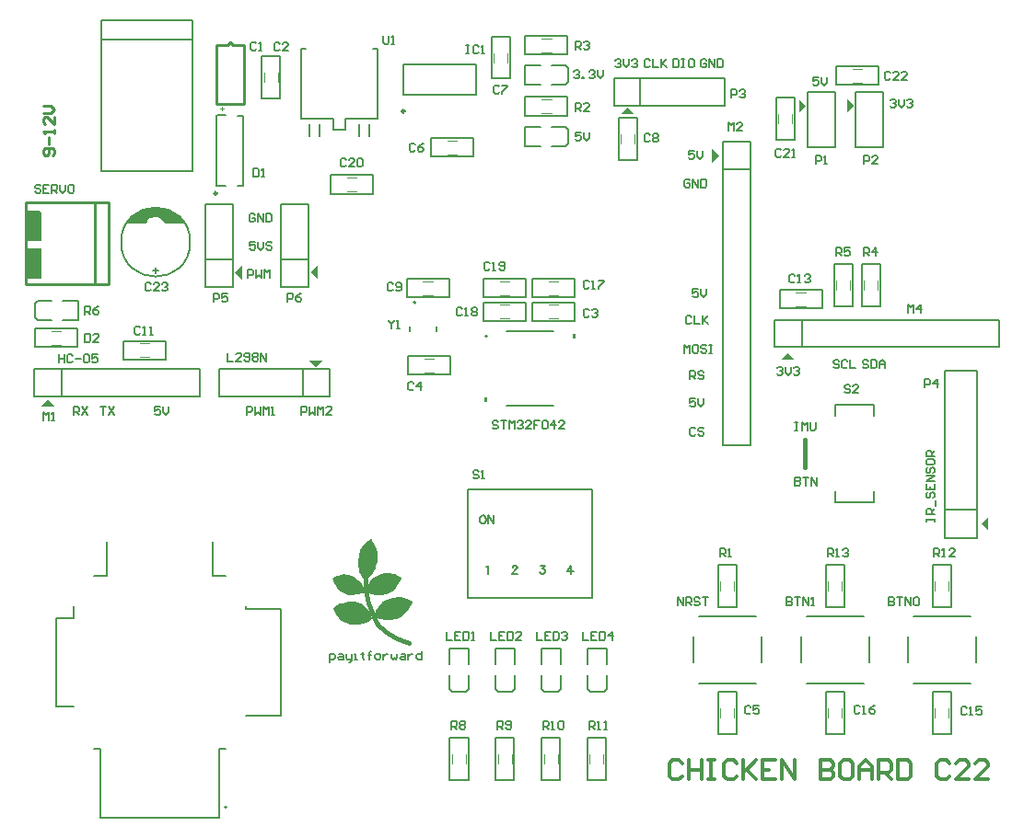
<source format=gto>
G04*
G04 #@! TF.GenerationSoftware,Altium Limited,Altium Designer,18.1.6 (161)*
G04*
G04 Layer_Color=65535*
%FSTAX24Y24*%
%MOIN*%
G70*
G01*
G75*
%ADD10C,0.0079*%
%ADD11C,0.0070*%
%ADD12C,0.0098*%
%ADD13C,0.0040*%
%ADD14C,0.0050*%
%ADD15C,0.0150*%
%ADD16C,0.0060*%
%ADD17C,0.0080*%
%ADD18C,0.0100*%
%ADD19C,0.0039*%
%ADD20C,0.0158*%
%ADD21C,0.0140*%
G36*
X04009Y04716D02*
X03984Y04691D01*
Y04741D01*
X04009Y04716D01*
D02*
G37*
G36*
X03834Y04715D02*
X03809Y0469D01*
Y0474D01*
X03834Y04715D01*
D02*
G37*
G36*
X03214Y04684D02*
X03164D01*
X03189Y04709D01*
X03214Y04684D01*
D02*
G37*
G36*
X03519Y04535D02*
X03494Y0451D01*
Y0456D01*
X03519Y04535D01*
D02*
G37*
G36*
X01495Y04346D02*
X01516Y04342D01*
X01549Y04327D01*
X01566Y04314D01*
X01579Y04299D01*
X01587Y0429D01*
X01514D01*
X01511Y04295D01*
X01508Y04299D01*
X01504Y04303D01*
X01499Y04307D01*
X01494Y0431D01*
X01486Y04312D01*
X01475D01*
X01465Y0431D01*
X0146Y04308D01*
X01455Y04304D01*
X01449Y04297D01*
X01444Y0429D01*
X01375D01*
X01387Y04306D01*
X01413Y04328D01*
X0145Y04342D01*
X0148Y043466D01*
X01495Y04346D01*
D02*
G37*
G36*
X01064Y04333D02*
X010653Y0433D01*
Y0423D01*
X01064Y04227D01*
X01061Y042257D01*
X01011D01*
X01008Y04227D01*
X010067Y0423D01*
Y0433D01*
X01008Y04333D01*
X01011Y043343D01*
X01061D01*
X01064Y04333D01*
D02*
G37*
G36*
X010658Y041978D02*
X010674Y04194D01*
Y04094D01*
X010658Y040902D01*
X01062Y040886D01*
X01012D01*
X010082Y040902D01*
X010066Y04094D01*
Y04194D01*
X010082Y041978D01*
X01012Y041994D01*
X01062D01*
X010658Y041978D01*
D02*
G37*
G36*
X020675Y040875D02*
X020425Y041125D01*
X020675Y041375D01*
Y040875D01*
D02*
G37*
G36*
X017925Y040865D02*
X017675Y041115D01*
X017925Y041365D01*
Y040865D01*
D02*
G37*
G36*
X02999Y038727D02*
X02989D01*
Y038877D01*
X02999D01*
Y038727D01*
D02*
G37*
G36*
X03795Y03794D02*
X03745D01*
X0377Y03819D01*
X03795Y03794D01*
D02*
G37*
G36*
X0206Y03768D02*
X02035Y03793D01*
X02085D01*
X0206Y03768D01*
D02*
G37*
G36*
X02681Y036423D02*
X02671Y036423D01*
Y036573D01*
X02681Y036573D01*
Y036423D01*
D02*
G37*
G36*
X011134Y03626D02*
X010634D01*
X010884Y03651D01*
X011134Y03626D01*
D02*
G37*
G36*
X04494Y03176D02*
X04469Y03201D01*
X04494Y03226D01*
Y03176D01*
D02*
G37*
G36*
X023247Y030226D02*
X023248Y030226D01*
X023323Y030218D01*
X023324Y030217D01*
X023324Y030217D01*
X023382Y030201D01*
X023383Y030201D01*
X023383Y030201D01*
X023458Y030176D01*
X023458Y030175D01*
X023459Y030175D01*
X023579Y030113D01*
X02358Y030113D01*
X02358Y030113D01*
X023688Y030042D01*
X023689Y03004D01*
X023691Y030039D01*
X023691Y030038D01*
X023691Y030038D01*
X023691Y030036D01*
X023691Y030034D01*
X023662Y029963D01*
X023661Y029963D01*
X023661Y029963D01*
X023611Y029859D01*
X023611Y029858D01*
X023611Y029858D01*
X023507Y029679D01*
X023506Y029679D01*
X023506Y029678D01*
X023444Y029611D01*
X023443Y029611D01*
X023443Y029611D01*
X023364Y029548D01*
X023364Y029548D01*
X023364Y029548D01*
X023314Y029511D01*
X023313Y02951D01*
X023312Y02951D01*
X023241Y02948D01*
X023241D01*
X023241Y02948D01*
X023128Y029447D01*
X023128Y029447D01*
X023127Y029447D01*
X022952Y029422D01*
X022952Y029422D01*
X022951Y029422D01*
X022805Y029426D01*
X022805Y029426D01*
X022804Y029426D01*
X022617Y029468D01*
X022616Y029468D01*
X022615Y029468D01*
X022449Y029547D01*
X022448Y029548D01*
X022448Y029548D01*
X022447Y029548D01*
X022447Y029548D01*
X022446Y02955D01*
X022445Y029551D01*
X022445Y029551D01*
X022445Y029552D01*
X022424Y02969D01*
X022425Y029692D01*
X022425Y029694D01*
X02245Y029736D01*
X02245Y029736D01*
X02245Y029736D01*
X022529Y029865D01*
X02253Y029865D01*
X02253Y029865D01*
X022646Y030015D01*
X022647Y030016D01*
X022648Y030017D01*
X022769Y030096D01*
X022769Y030096D01*
X022769Y030096D01*
X022831Y030129D01*
X022832Y03013D01*
X022903Y030167D01*
X022903Y030167D01*
X022904Y030167D01*
X02297Y030188D01*
X022971Y030188D01*
X022971Y030189D01*
X023062Y030214D01*
X023063Y030213D01*
X023064Y030214D01*
X023247Y030226D01*
X023247Y030226D01*
D02*
G37*
G36*
X02173Y030165D02*
X021731Y030165D01*
X021731Y030165D01*
X02181Y030148D01*
X021811Y030148D01*
X021811Y030148D01*
X021903Y03011D01*
X021903Y03011D01*
X021903Y03011D01*
X021974Y030076D01*
X021985Y030072D01*
X021985Y030072D01*
X021985Y030072D01*
X022006Y030061D01*
X022007Y030061D01*
X022007Y030061D01*
X022028Y03005D01*
X022028Y03005D01*
X022028Y03005D01*
X022048Y030037D01*
X022048Y030037D01*
X022048Y030037D01*
X022058Y03003D01*
X022058Y03003D01*
X022059Y03003D01*
X022147Y029958D01*
X022147Y029958D01*
X022148Y029958D01*
X022218Y029888D01*
X022218Y029887D01*
X022218Y029887D01*
X022268Y029812D01*
X022268Y029812D01*
X022269Y029811D01*
X02234Y029674D01*
X02234Y029673D01*
X02234Y029672D01*
X022361Y029543D01*
X022361Y029542D01*
X022361Y029542D01*
X022361Y029541D01*
X022361Y02954D01*
X02236Y029539D01*
X02236Y029538D01*
X022359Y029538D01*
X022359Y029537D01*
X022358Y029537D01*
X022358Y029536D01*
X022287Y029494D01*
X022287Y029494D01*
X022286Y029494D01*
X022236Y029477D01*
X022236Y029477D01*
X022236Y029477D01*
X022173Y02946D01*
X022173Y029461D01*
X022172Y02946D01*
X022085Y029448D01*
X022085Y029448D01*
X022085Y029448D01*
X021889Y029427D01*
X021888Y029427D01*
X021888Y029427D01*
X021784Y029435D01*
X021783Y029436D01*
X021782Y029436D01*
X021728Y029452D01*
X021728Y029452D01*
X021727Y029452D01*
X021627Y02949D01*
X021627Y02949D01*
X021626Y02949D01*
X02151Y029565D01*
X021509Y029565D01*
X021509Y029566D01*
X02143Y029624D01*
X02143Y029624D01*
X021429Y029625D01*
X021379Y029683D01*
X021379Y029683D01*
X021379Y029683D01*
X021329Y029746D01*
X021329Y029747D01*
X021328Y029747D01*
X021282Y029839D01*
X021282Y029839D01*
X021282Y029839D01*
X021245Y029914D01*
X021245Y029914D01*
X021245Y029914D01*
X02122Y029976D01*
X021203Y030009D01*
X021203Y030011D01*
X021203Y030013D01*
X021203Y030014D01*
X021203Y030014D01*
X021204Y030016D01*
X021205Y030018D01*
X021289Y030076D01*
X021289Y030076D01*
X02129Y030077D01*
X021356Y030106D01*
X021356D01*
X021356Y030106D01*
X021423Y030135D01*
X021424Y030135D01*
X021424Y030135D01*
X021516Y030156D01*
X021516Y030156D01*
X021516Y030156D01*
X021616Y030173D01*
X021617Y030173D01*
X021618Y030173D01*
X02173Y030165D01*
D02*
G37*
G36*
X022618Y031444D02*
X022618Y031444D01*
X02262Y031443D01*
X022622Y031441D01*
X022643Y0314D01*
X022688Y031334D01*
X022688Y031333D01*
X022688Y031333D01*
X022746Y031237D01*
X022747Y031237D01*
X022747Y031236D01*
X022776Y031161D01*
X022776Y031161D01*
X022776Y031161D01*
X022805Y031082D01*
X022805Y031081D01*
X022806Y031081D01*
X022818Y030968D01*
X022818Y030968D01*
X022818Y030968D01*
X022827Y030872D01*
X022827Y030872D01*
X022827Y030872D01*
Y030713D01*
X022827Y030713D01*
X022827Y030713D01*
X022822Y030638D01*
X022822Y030637D01*
X022822Y030637D01*
X022802Y030553D01*
X022802Y030553D01*
X022802Y030553D01*
X022781Y03047D01*
X02278Y03047D01*
X02278Y030469D01*
X022751Y030394D01*
X022714Y030294D01*
X022713Y030294D01*
X022713Y030294D01*
X022676Y030227D01*
X022676Y030227D01*
X022675Y030226D01*
X022592Y030118D01*
X022591Y030117D01*
X022591Y030117D01*
X022495Y030042D01*
X022495Y030042D01*
X022494Y030041D01*
X02244Y030008D01*
X022439Y030008D01*
X022439Y030007D01*
X022334Y029978D01*
X022333Y029978D01*
X022333Y029978D01*
X022331Y029978D01*
X02233Y029978D01*
X022329Y029979D01*
X022328Y02998D01*
X022327Y029981D01*
X022327Y029982D01*
X022327Y029983D01*
X022326Y029984D01*
X022327Y030017D01*
X022314Y030027D01*
X022313Y030028D01*
X022313Y030028D01*
X022257Y030092D01*
X022256Y030092D01*
X022256Y030093D01*
X02222Y030145D01*
X02222Y030145D01*
X022219Y030146D01*
X022191Y03021D01*
X022191Y03021D01*
X022191Y03021D01*
X022181Y030245D01*
X022181Y030245D01*
X022181Y030245D01*
X022164Y030333D01*
X022164Y030333D01*
X022164Y030333D01*
X022156Y030383D01*
X022156Y030383D01*
X022156Y030384D01*
X022147Y030492D01*
X022147Y030492D01*
X022147Y030492D01*
X022139Y030621D01*
X022139Y030621D01*
X022139Y030622D01*
Y030713D01*
X022139Y030714D01*
X022139Y030714D01*
X022151Y030802D01*
X022151Y030802D01*
X022151Y030802D01*
X022168Y030881D01*
X022168Y030881D01*
X022168Y030881D01*
X022193Y030994D01*
X022193Y030994D01*
X022193Y030995D01*
X022214Y031045D01*
X022214Y031045D01*
X022214Y031045D01*
X022243Y031112D01*
X022244Y031112D01*
X022244Y031113D01*
X022278Y031159D01*
X022278Y031159D01*
X022278Y031159D01*
X02234Y031242D01*
X022341Y031242D01*
X022341Y031243D01*
X022403Y031301D01*
X022403Y031301D01*
X022403Y031301D01*
X022483Y031372D01*
X022483Y031372D01*
X022484Y031373D01*
X022542Y03141D01*
X022542Y03141D01*
X022543Y031411D01*
X022613Y031444D01*
X022616Y031444D01*
X022618Y031444D01*
X022618Y031444D01*
D02*
G37*
G36*
X02371Y029339D02*
X023711Y029339D01*
X023711Y029339D01*
X023799Y029314D01*
X023799Y029314D01*
X023799Y029314D01*
X023895Y029285D01*
X023895Y029285D01*
X023896Y029285D01*
X023971Y029251D01*
X023971Y029251D01*
X023972Y029251D01*
X024088Y029172D01*
X024089Y02917D01*
X024091Y029168D01*
X024091Y029168D01*
X024091Y029168D01*
X024091Y029165D01*
X02409Y029163D01*
X024057Y029101D01*
X024057Y029101D01*
X024057Y0291D01*
X02399Y028984D01*
X023957Y028922D01*
X023956Y028921D01*
X023956Y028921D01*
X02391Y028866D01*
X02391Y028866D01*
X02391Y028866D01*
X023839Y028791D01*
X023839Y028791D01*
X023839Y028791D01*
X023723Y02867D01*
X023722Y02867D01*
X023721Y028669D01*
X023663Y028632D01*
X023663Y028632D01*
X023663Y028631D01*
X02355Y028569D01*
X023549Y028569D01*
X023549Y028569D01*
X023449Y028539D01*
X023449Y028539D01*
X023448Y028539D01*
X023378Y028522D01*
X023377Y028523D01*
X023377Y028522D01*
X023285Y028514D01*
X023285Y028514D01*
X023285Y028514D01*
X023193D01*
X023192Y028514D01*
X023192Y028514D01*
X023096Y028531D01*
X023096Y028531D01*
X023096Y028531D01*
X022987Y028552D01*
X022987Y028552D01*
X022987Y028552D01*
X022908Y028568D01*
X022908Y028569D01*
X022908Y028569D01*
X022854Y028585D01*
X022778Y028603D01*
X022777Y028604D01*
X022777Y028604D01*
X022776Y028605D01*
X022775Y028605D01*
X022775Y028606D01*
X022774Y028606D01*
X022774Y028607D01*
X022773Y028607D01*
X022724Y028731D01*
X022724Y028732D01*
X022724Y028733D01*
Y02875D01*
X022725Y028751D01*
X022725Y028753D01*
X022754Y028811D01*
X022779Y028861D01*
X022779Y028861D01*
X022779Y028861D01*
X022863Y02899D01*
X022863Y02899D01*
X022863Y028991D01*
X022913Y029066D01*
X022913Y029066D01*
X022913Y029066D01*
X022954Y029124D01*
X022955Y029124D01*
X022955Y029125D01*
X023005Y029171D01*
X023006Y029171D01*
X023006Y029172D01*
X023094Y029222D01*
X023094Y029222D01*
X023095Y029222D01*
X023274Y029297D01*
X023274Y029297D01*
X023275Y029297D01*
X023408Y029335D01*
X023409Y029335D01*
X023409Y029335D01*
X02358Y029348D01*
X02358Y029348D01*
X023581Y029348D01*
X02371Y029339D01*
D02*
G37*
G36*
X021991Y029186D02*
X021991Y029186D01*
X021992Y029186D01*
X022142Y029157D01*
X022142Y029156D01*
X022143Y029156D01*
X02223Y029114D01*
X022231Y029114D01*
X022231Y029114D01*
X022335Y029047D01*
X022336Y029047D01*
X022336Y029047D01*
X022399Y028993D01*
X022399Y028992D01*
X022399Y028992D01*
X022441Y028942D01*
X022532Y028834D01*
X022556Y028818D01*
X022557Y028817D01*
X022559Y028815D01*
X022638Y028565D01*
X022638Y028564D01*
X022638Y028563D01*
X022638Y028563D01*
X022638Y028562D01*
X022638Y028561D01*
X022638Y02856D01*
X022637Y028559D01*
X022637Y028558D01*
X022636Y028558D01*
X022636Y028558D01*
X022582Y028516D01*
X022581Y028516D01*
X022581Y028516D01*
X022506Y02847D01*
X022506Y02847D01*
X022505Y02847D01*
X022405Y028424D01*
X022405Y028424D01*
X022404Y028424D01*
X022304Y028394D01*
X022304Y028394D01*
X022304Y028394D01*
X022183Y028369D01*
X022183Y028369D01*
X022182Y028369D01*
X022024Y028361D01*
X022024Y028361D01*
X022023Y028361D01*
X021874Y028365D01*
X021873Y028365D01*
X021873Y028365D01*
X021773Y028382D01*
X021772Y028382D01*
X021771Y028382D01*
X021713Y028407D01*
X021713Y028407D01*
X021713Y028407D01*
X021617Y028453D01*
X021617Y028453D01*
X021616Y028453D01*
X02155Y028486D01*
X02155Y028487D01*
X021549Y028487D01*
X021482Y028533D01*
X021482Y028533D01*
X021481Y028533D01*
X021423Y028592D01*
X021423Y028592D01*
X021422Y028593D01*
X021335Y028718D01*
X021335Y028718D01*
X021335Y028718D01*
X021301Y028781D01*
X021301Y028781D01*
X021301Y028781D01*
X021255Y028868D01*
X021255Y028869D01*
X021255Y028869D01*
X021226Y028944D01*
X021226Y028946D01*
X021226Y028947D01*
X021226Y028948D01*
X021226Y028949D01*
X021227Y02895D01*
X021228Y028951D01*
X02127Y028985D01*
X02127Y028985D01*
X02127Y028985D01*
X02137Y029052D01*
X02137Y029052D01*
X021371Y029052D01*
X021483Y02911D01*
X021483Y02911D01*
X021484Y029111D01*
X021534Y029131D01*
X021534D01*
X021534Y029132D01*
X021684Y029169D01*
X021759Y02919D01*
X02176Y02919D01*
X02176Y02919D01*
X02184Y029198D01*
X02184Y029198D01*
X021841Y029198D01*
X021991Y029186D01*
D02*
G37*
D10*
X024209Y040028D02*
G03*
X024209Y040028I-000039J0D01*
G01*
X026799Y038802D02*
G03*
X026799Y038802I-000039J0D01*
G01*
X017371Y021744D02*
G03*
X017371Y021744I-000039J0D01*
G01*
X034457Y02867D02*
X036543D01*
X03428Y026978D02*
Y027922D01*
X03672Y026978D02*
Y027922D01*
X034457Y02623D02*
X036543D01*
X038357Y02867D02*
X040443D01*
X03818Y026978D02*
Y027922D01*
X04062Y026978D02*
Y027922D01*
X038357Y02623D02*
X040443D01*
X042223D02*
X04431D01*
X044487Y026978D02*
Y027922D01*
X042046Y026978D02*
Y027922D01*
X042223Y02867D02*
X04431D01*
X026114Y033268D02*
X030586D01*
X026114Y029332D02*
Y033268D01*
Y029332D02*
X030586D01*
Y033268D01*
X039411Y036322D02*
X040789D01*
X039411Y032778D02*
X040789D01*
Y035928D02*
Y036322D01*
X039411Y035928D02*
Y036322D01*
Y032778D02*
Y033172D01*
X040789Y032778D02*
Y033172D01*
X023765Y047549D02*
X026403D01*
X023765Y048651D02*
X026403D01*
X023765Y047549D02*
Y048651D01*
X026403Y047549D02*
Y048651D01*
X01702Y046807D02*
X01732D01*
X01701Y044267D02*
X01733D01*
X01798D02*
Y046797D01*
X01701Y044267D02*
Y046807D01*
X017751Y046797D02*
X01798D01*
X017751Y044267D02*
X01798D01*
D11*
X01605Y042216D02*
G03*
X01605Y042216I-00125J0D01*
G01*
X01285Y05025D02*
X01615D01*
X01285Y0448D02*
X01615D01*
Y05025D01*
X01285Y0448D02*
Y05025D01*
Y04955D02*
X01615D01*
X04339Y03251D02*
X04452D01*
X04337Y0315D02*
Y03756D01*
X04452Y0315D02*
Y03756D01*
X04337Y0315D02*
X04452D01*
X04337Y03756D02*
X04452D01*
X03234Y04715D02*
Y04814D01*
X03539Y04715D02*
Y04815D01*
X03139D02*
X03539D01*
X03139Y04715D02*
Y04815D01*
Y04715D02*
X03539D01*
X02015Y03663D02*
Y03762D01*
X0171Y03662D02*
Y03762D01*
Y03662D02*
X0211D01*
Y03762D01*
X0171D02*
X0211D01*
X01475Y0412D02*
X01485D01*
X0148Y0411D02*
Y0413D01*
X01485Y0412D02*
X0149D01*
X0147D02*
X01475D01*
X01062Y04094D02*
Y04194D01*
X01012Y04094D02*
X01062D01*
X01012D02*
Y04194D01*
X01062D01*
X01011Y0423D02*
Y0433D01*
Y0423D02*
X01061D01*
Y0433D01*
X01011D02*
X01061D01*
D12*
X023815Y046958D02*
G03*
X023815Y046958I-000049J0D01*
G01*
X017019Y043987D02*
G03*
X017019Y043987I-000049J0D01*
G01*
D13*
X019226Y048022D02*
Y048362D01*
X018726Y048022D02*
Y048362D01*
X043012Y02499D02*
Y02533D01*
X043512Y02499D02*
Y02533D01*
X039145Y02499D02*
Y02533D01*
X039645Y02499D02*
Y02533D01*
X035745Y02499D02*
Y02533D01*
X035245Y02499D02*
Y02533D01*
X02453Y038D02*
X02487D01*
X02453Y0375D02*
X02487D01*
X02448Y0403D02*
X02482D01*
X02448Y0408D02*
X02482D01*
X027254Y03995D02*
X027594D01*
X027254Y03945D02*
X027594D01*
X027254Y0408D02*
X027594D01*
X027254Y0403D02*
X027594D01*
X02903Y03995D02*
X02937D01*
X02903Y03945D02*
X02937D01*
X02903Y0408D02*
X02937D01*
X02903Y0403D02*
X02937D01*
X03735Y04653D02*
Y04687D01*
X03785Y04653D02*
Y04687D01*
X04003Y0485D02*
X04037D01*
X04003Y048D02*
X04037D01*
X02878Y047393D02*
X02912D01*
X02878Y046893D02*
X02912D01*
X02755Y04873D02*
Y04907D01*
X02705Y04873D02*
Y04907D01*
X01423Y03855D02*
X01457D01*
X01423Y03805D02*
X01457D01*
X01103Y0385D02*
X01137D01*
X01103Y039D02*
X01137D01*
X02173Y04405D02*
X02207D01*
X02173Y04455D02*
X02207D01*
X03164Y04578D02*
Y04612D01*
X03214Y04578D02*
Y04612D01*
X02878Y0496D02*
X02912D01*
X02878Y0491D02*
X02912D01*
X025364Y0459D02*
X025704D01*
X025364Y0454D02*
X025704D01*
X03798Y0399D02*
X03832D01*
X03798Y0404D02*
X03832D01*
X027192Y02333D02*
Y02367D01*
X027692Y02333D02*
Y02367D01*
X02553Y02333D02*
Y02367D01*
X02603Y02333D02*
Y02367D01*
X035745Y02958D02*
Y02992D01*
X035245Y02958D02*
Y02992D01*
X029354Y02333D02*
Y02367D01*
X028854Y02333D02*
Y02367D01*
X031017Y02333D02*
Y02367D01*
X030517Y02333D02*
Y02367D01*
X039645Y02958D02*
Y02992D01*
X039145Y02958D02*
Y02992D01*
X043512Y02958D02*
Y02992D01*
X043012Y02958D02*
Y02992D01*
X03995Y04048D02*
Y04082D01*
X03945Y04048D02*
Y04082D01*
X04095Y04048D02*
Y04082D01*
X04045Y04048D02*
Y04082D01*
D14*
X018636Y047432D02*
Y048962D01*
Y047432D02*
X019306D01*
Y048962D01*
X018636D02*
X019306D01*
X043602Y02439D02*
Y02592D01*
X042932D02*
X043602D01*
X042932Y02439D02*
Y02592D01*
Y02439D02*
X043602D01*
X039735D02*
Y02592D01*
X039065D02*
X039735D01*
X039065Y02439D02*
Y02592D01*
Y02439D02*
X039735D01*
X035165D02*
X035835D01*
X035165D02*
Y02592D01*
X035835D01*
Y02439D02*
Y02592D01*
X02393Y03741D02*
X02546D01*
Y03808D01*
X02393D02*
X02546D01*
X02393Y03741D02*
Y03808D01*
X024977Y039004D02*
Y039162D01*
X023993Y039004D02*
Y039162D01*
X02389Y04089D02*
X02542D01*
X02389Y04022D02*
Y04089D01*
Y04022D02*
X02542D01*
Y04089D01*
X026654Y03936D02*
X028184D01*
Y04003D01*
X026654D02*
X028184D01*
X026654Y03936D02*
Y04003D01*
Y04021D02*
X028184D01*
Y04088D01*
X026654D02*
X028184D01*
X026654Y04021D02*
Y04088D01*
X02843Y03936D02*
X02996D01*
Y04003D01*
X02843D02*
X02996D01*
X02843Y03936D02*
Y04003D01*
Y04021D02*
X02996D01*
Y04088D01*
X02843D02*
X02996D01*
X02843Y04021D02*
Y04088D01*
X03794Y04593D02*
Y04746D01*
X03727D02*
X03794D01*
X03727Y04593D02*
Y04746D01*
Y04593D02*
X03794D01*
X03943Y04791D02*
X04096D01*
Y04858D01*
X03943D02*
X04096D01*
X03943Y04791D02*
Y04858D01*
X02912Y0457D02*
X02962D01*
X02817D02*
X02872D01*
X02912Y0464D02*
X02962D01*
X02817D02*
X02872D01*
X02972Y0458D02*
Y0463D01*
X02962Y0457D02*
X02972Y0458D01*
X02962Y0464D02*
X02972Y0463D01*
X02817Y0457D02*
Y0464D01*
X02818Y046803D02*
X02971D01*
Y047473D01*
X02818D02*
X02971D01*
X02818Y046803D02*
Y047473D01*
X02696Y04814D02*
Y04967D01*
Y04814D02*
X02763D01*
Y04967D01*
X02696D02*
X02763D01*
X01363Y03796D02*
X01516D01*
Y03863D01*
X01363D02*
X01516D01*
X01363Y03796D02*
Y03863D01*
X030437Y026037D02*
Y026537D01*
Y026937D02*
Y027487D01*
X031137Y026037D02*
Y026537D01*
Y026937D02*
Y027487D01*
X030537Y025937D02*
X031037D01*
X030437Y026037D02*
X030537Y025937D01*
X031037D02*
X031137Y026037D01*
X030437Y027487D02*
X031137D01*
X028774Y026037D02*
Y026537D01*
Y026937D02*
Y027487D01*
X029474Y026037D02*
Y026537D01*
Y026937D02*
Y027487D01*
X028874Y025937D02*
X029374D01*
X028774Y026037D02*
X028874Y025937D01*
X029374D02*
X029474Y026037D01*
X028774Y027487D02*
X029474D01*
X02545Y026037D02*
Y026537D01*
Y026937D02*
Y027487D01*
X02615Y026037D02*
Y026537D01*
Y026937D02*
Y027487D01*
X02555Y025937D02*
X02605D01*
X02545Y026037D02*
X02555Y025937D01*
X02605D02*
X02615Y026037D01*
X02545Y027487D02*
X02615D01*
X01044Y03909D02*
X01197D01*
X01044Y03842D02*
Y03909D01*
Y03842D02*
X01197D01*
Y03909D01*
X01055Y0401D02*
X01105D01*
X01145D02*
X012D01*
X01055Y0394D02*
X01105D01*
X01145D02*
X012D01*
X01045Y0395D02*
Y04D01*
X01055Y0401D01*
X01045Y0395D02*
X01055Y0394D01*
X012D02*
Y0401D01*
X02114Y04464D02*
X02267D01*
X02114Y04397D02*
Y04464D01*
Y04397D02*
X02267D01*
Y04464D01*
X03223Y04518D02*
Y04671D01*
X03156D02*
X03223D01*
X03156Y04518D02*
Y04671D01*
Y04518D02*
X03223D01*
X02912Y047907D02*
X02962D01*
X02817D02*
X02872D01*
X02912Y048607D02*
X02962D01*
X02817D02*
X02872D01*
X02972Y048007D02*
Y048507D01*
X02962Y047907D02*
X02972Y048007D01*
X02962Y048607D02*
X02972Y048507D01*
X02817Y047907D02*
Y048607D01*
X02818Y04901D02*
X02971D01*
Y04968D01*
X02818D02*
X02971D01*
X02818Y04901D02*
Y04968D01*
X024764Y04531D02*
X026294D01*
Y04598D01*
X024764D02*
X026294D01*
X024764Y04531D02*
Y04598D01*
X027112Y026037D02*
Y026537D01*
Y026937D02*
Y027487D01*
X027812Y026037D02*
Y026537D01*
Y026937D02*
Y027487D01*
X027212Y025937D02*
X027712D01*
X027112Y026037D02*
X027212Y025937D01*
X027712D02*
X027812Y026037D01*
X027112Y027487D02*
X027812D01*
X03739Y04049D02*
X03892D01*
X03739Y03982D02*
Y04049D01*
Y03982D02*
X03892D01*
Y04049D01*
X01808Y025071D02*
X01932D01*
Y028929D01*
X01808D02*
X01932D01*
X01808D02*
Y029035D01*
X016859Y03011D02*
X01734D01*
X016859D02*
Y03137D01*
X013041Y03011D02*
Y03137D01*
X012556Y03011D02*
X013041D01*
X01182Y028575D02*
Y029016D01*
X01121Y028575D02*
X01182D01*
X01121Y025386D02*
Y028575D01*
Y025386D02*
X01182D01*
X012556Y02385D02*
X012804D01*
Y02137D02*
Y02385D01*
Y02137D02*
X017096D01*
Y02385D01*
X01734D01*
X027782Y02273D02*
Y02426D01*
X027112D02*
X027782D01*
X027112Y02273D02*
Y02426D01*
Y02273D02*
X027782D01*
X02612D02*
Y02426D01*
X02545D02*
X02612D01*
X02545Y02273D02*
Y02426D01*
Y02273D02*
X02612D01*
X035165Y02898D02*
X035835D01*
X035165D02*
Y03051D01*
X035835D01*
Y02898D02*
Y03051D01*
X028774Y02273D02*
X029444D01*
X028774D02*
Y02426D01*
X029444D01*
Y02273D02*
Y02426D01*
X030437Y02273D02*
X031107D01*
X030437D02*
Y02426D01*
X031107D01*
Y02273D02*
Y02426D01*
X039065Y02898D02*
X039735D01*
X039065D02*
Y03051D01*
X039735D01*
Y02898D02*
Y03051D01*
X042932Y02898D02*
X043602D01*
X042932D02*
Y03051D01*
X043602D01*
Y02898D02*
Y03051D01*
X03937Y03988D02*
X04004D01*
X03937D02*
Y04141D01*
X04004D01*
Y03988D02*
Y04141D01*
X04037Y03988D02*
X04104D01*
X04037D02*
Y04141D01*
X04104D01*
Y03988D02*
Y04141D01*
D15*
X0383Y03405D02*
Y03505D01*
D16*
X027516Y0363D02*
X029184D01*
X027516Y039D02*
X029184Y039D01*
X020375Y046062D02*
Y046482D01*
X020725Y046062D02*
Y046482D01*
X022175Y046062D02*
Y046482D01*
X022525Y046062D02*
Y046482D01*
X020075Y049222D02*
X020224D01*
X020075Y046672D02*
X021225D01*
Y046272D02*
Y046672D01*
Y046272D02*
X021675D01*
Y046672D01*
X022825D01*
Y049222D01*
X022676D02*
X022825D01*
X020075Y046672D02*
Y049222D01*
D17*
X0394Y04565D02*
Y046087D01*
X0384Y04565D02*
X0394D01*
Y046962D02*
Y04765D01*
X0384D02*
X0394D01*
X0384Y04715D02*
Y04765D01*
X0394Y046087D02*
Y046962D01*
X0384Y04565D02*
Y04715D01*
X04115Y04566D02*
Y046097D01*
X04015Y04566D02*
X04115D01*
Y046972D02*
Y04766D01*
X04015D02*
X04115D01*
X04015Y04716D02*
Y04766D01*
X04115Y046097D02*
Y046972D01*
X04015Y04566D02*
Y04716D01*
X010384Y03712D02*
Y03762D01*
X016384D01*
Y03662D02*
Y03762D01*
X010384Y03662D02*
X016384D01*
X010384D02*
Y03712D01*
X011384Y03662D02*
Y03762D01*
X01985Y0416D02*
X02035D01*
X01935D02*
X01985D01*
X01935Y0406D02*
Y0436D01*
X02035D01*
Y0406D02*
Y0436D01*
X01935Y0406D02*
X02035D01*
X0171Y04159D02*
X0176D01*
X0166D02*
X0171D01*
X0166Y04059D02*
Y04359D01*
X0176D01*
Y04059D02*
Y04359D01*
X0166Y04059D02*
X0176D01*
X03635Y03485D02*
Y04585D01*
X03535Y03485D02*
X03635D01*
X03535D02*
Y04585D01*
X03635D01*
Y04485D02*
Y04585D01*
X03535Y04485D02*
X03635D01*
X0382Y038408D02*
Y039392D01*
Y0389D02*
Y039392D01*
X0372Y038408D02*
X0382D01*
X0372D02*
Y039392D01*
X0377D01*
Y038408D02*
X045318D01*
Y039392D01*
X0377D02*
X045318D01*
X03145Y0488D02*
X0315Y04885D01*
X0316D01*
X03165Y0488D01*
Y04875D01*
X0316Y0487D01*
X03155D01*
X0316D01*
X03165Y04865D01*
Y0486D01*
X0316Y04855D01*
X0315D01*
X03145Y0486D01*
X03175Y04885D02*
Y04865D01*
X03185Y04855D01*
X03195Y04865D01*
Y04885D01*
X03205Y0488D02*
X0321Y04885D01*
X0322D01*
X03225Y0488D01*
Y04875D01*
X0322Y0487D01*
X03215D01*
X0322D01*
X03225Y04865D01*
Y0486D01*
X0322Y04855D01*
X0321D01*
X03205Y0486D01*
X03475Y0488D02*
X0347Y04885D01*
X0346D01*
X03455Y0488D01*
Y0486D01*
X0346Y04855D01*
X0347D01*
X03475Y0486D01*
Y0487D01*
X03465D01*
X03485Y04855D02*
Y04885D01*
X03505Y04855D01*
Y04885D01*
X03515D02*
Y04855D01*
X0353D01*
X03535Y0486D01*
Y0488D01*
X0353Y04885D01*
X03515D01*
X03355D02*
Y04855D01*
X0337D01*
X03375Y0486D01*
Y0488D01*
X0337Y04885D01*
X03355D01*
X03385D02*
X03395D01*
X0339D01*
Y04855D01*
X03385D01*
X03395D01*
X03425Y04885D02*
X03415D01*
X0341Y0488D01*
Y0486D01*
X03415Y04855D01*
X03425D01*
X0343Y0486D01*
Y0488D01*
X03425Y04885D01*
X0327Y0488D02*
X03265Y04885D01*
X03255D01*
X0325Y0488D01*
Y0486D01*
X03255Y04855D01*
X03265D01*
X0327Y0486D01*
X0328Y04885D02*
Y04855D01*
X033D01*
X0331Y04885D02*
Y04855D01*
Y04865D01*
X0333Y04885D01*
X03315Y0487D01*
X0333Y04855D01*
X0113Y03815D02*
Y03785D01*
Y038D01*
X0115D01*
Y03815D01*
Y03785D01*
X0118Y0381D02*
X01175Y03815D01*
X01165D01*
X0116Y0381D01*
Y0379D01*
X01165Y03785D01*
X01175D01*
X0118Y0379D01*
X0119Y038D02*
X0121D01*
X0122Y0381D02*
X01225Y03815D01*
X01235D01*
X0124Y0381D01*
Y0379D01*
X01235Y03785D01*
X01225D01*
X0122Y0379D01*
Y0381D01*
X0127Y03815D02*
X0125D01*
Y038D01*
X0126Y03805D01*
X01265D01*
X0127Y038D01*
Y0379D01*
X01265Y03785D01*
X01255D01*
X0125Y0379D01*
X01497Y03625D02*
X01477D01*
Y0361D01*
X01487Y03615D01*
X01492D01*
X01497Y0361D01*
Y036D01*
X01492Y03595D01*
X01482D01*
X01477Y036D01*
X01507Y03625D02*
Y03605D01*
X01517Y03595D01*
X01527Y03605D01*
Y03625D01*
X01182Y03595D02*
Y03625D01*
X01197D01*
X01202Y0362D01*
Y0361D01*
X01197Y03605D01*
X01182D01*
X01192D02*
X01202Y03595D01*
X01212Y03625D02*
X01232Y03595D01*
Y03625D02*
X01212Y03595D01*
X0128Y03625D02*
X013D01*
X0129D01*
Y03595D01*
X0131Y03625D02*
X0133Y03595D01*
Y03625D02*
X0131Y03595D01*
X0406Y0379D02*
X04055Y03795D01*
X04045D01*
X0404Y0379D01*
Y03785D01*
X04045Y0378D01*
X04055D01*
X0406Y03775D01*
Y0377D01*
X04055Y03765D01*
X04045D01*
X0404Y0377D01*
X0407Y03795D02*
Y03765D01*
X04085D01*
X0409Y0377D01*
Y0379D01*
X04085Y03795D01*
X0407D01*
X041Y03765D02*
Y03785D01*
X0411Y03795D01*
X0412Y03785D01*
Y03765D01*
Y0378D01*
X041D01*
X03955Y0379D02*
X0395Y03795D01*
X0394D01*
X03935Y0379D01*
Y03785D01*
X0394Y0378D01*
X0395D01*
X03955Y03775D01*
Y0377D01*
X0395Y03765D01*
X0394D01*
X03935Y0377D01*
X03985Y0379D02*
X0398Y03795D01*
X0397D01*
X03965Y0379D01*
Y0377D01*
X0397Y03765D01*
X0398D01*
X03985Y0377D01*
X03995Y03795D02*
Y03765D01*
X04015D01*
X03415Y04445D02*
X0341Y0445D01*
X034D01*
X03395Y04445D01*
Y04425D01*
X034Y0442D01*
X0341D01*
X03415Y04425D01*
Y04435D01*
X03405D01*
X03425Y0442D02*
Y0445D01*
X03445Y0442D01*
Y0445D01*
X03455D02*
Y0442D01*
X0347D01*
X03475Y04425D01*
Y04445D01*
X0347Y0445D01*
X03455D01*
X03435Y03545D02*
X0343Y0355D01*
X0342D01*
X03415Y03545D01*
Y03525D01*
X0342Y0352D01*
X0343D01*
X03435Y03525D01*
X03465Y03545D02*
X0346Y0355D01*
X0345D01*
X03445Y03545D01*
Y0354D01*
X0345Y03535D01*
X0346D01*
X03465Y0353D01*
Y03525D01*
X0346Y0352D01*
X0345D01*
X03445Y03525D01*
X03435Y03655D02*
X03415D01*
Y0364D01*
X03425Y03645D01*
X0343D01*
X03435Y0364D01*
Y0363D01*
X0343Y03625D01*
X0342D01*
X03415Y0363D01*
X03445Y03655D02*
Y03635D01*
X03455Y03625D01*
X03465Y03635D01*
Y03655D01*
X03415Y03725D02*
Y03755D01*
X0343D01*
X03435Y0375D01*
Y0374D01*
X0343Y03735D01*
X03415D01*
X03425D02*
X03435Y03725D01*
X03465Y0375D02*
X0346Y03755D01*
X0345D01*
X03445Y0375D01*
Y03745D01*
X0345Y0374D01*
X0346D01*
X03465Y03735D01*
Y0373D01*
X0346Y03725D01*
X0345D01*
X03445Y0373D01*
X03395Y0382D02*
Y0385D01*
X03405Y0384D01*
X03415Y0385D01*
Y0382D01*
X0344Y0385D02*
X0343D01*
X03425Y03845D01*
Y03825D01*
X0343Y0382D01*
X0344D01*
X03445Y03825D01*
Y03845D01*
X0344Y0385D01*
X03475Y03845D02*
X0347Y0385D01*
X0346D01*
X03455Y03845D01*
Y0384D01*
X0346Y03835D01*
X0347D01*
X03475Y0383D01*
Y03825D01*
X0347Y0382D01*
X0346D01*
X03455Y03825D01*
X03485Y0385D02*
X03495D01*
X0349D01*
Y0382D01*
X03485D01*
X03495D01*
X0342Y0395D02*
X03415Y03955D01*
X03405D01*
X034Y0395D01*
Y0393D01*
X03405Y03925D01*
X03415D01*
X0342Y0393D01*
X0343Y03955D02*
Y03925D01*
X0345D01*
X0346Y03955D02*
Y03925D01*
Y03935D01*
X0348Y03955D01*
X03465Y0394D01*
X0348Y03925D01*
X03445Y04051D02*
X03425D01*
Y04036D01*
X03435Y04041D01*
X0344D01*
X03445Y04036D01*
Y04026D01*
X0344Y04021D01*
X0343D01*
X03425Y04026D01*
X03455Y04051D02*
Y04031D01*
X03465Y04021D01*
X03475Y04031D01*
Y04051D01*
X0343Y045525D02*
X0341D01*
Y045375D01*
X0342Y045425D01*
X03425D01*
X0343Y045375D01*
Y045275D01*
X03425Y045225D01*
X03415D01*
X0341Y045275D01*
X0344Y045525D02*
Y045325D01*
X0345Y045225D01*
X0346Y045325D01*
Y045525D01*
X0373Y03765D02*
X03735Y0377D01*
X03745D01*
X0375Y03765D01*
Y0376D01*
X03745Y03755D01*
X0374D01*
X03745D01*
X0375Y0375D01*
Y03745D01*
X03745Y0374D01*
X03735D01*
X0373Y03745D01*
X0376Y0377D02*
Y0375D01*
X0377Y0374D01*
X0378Y0375D01*
Y0377D01*
X0379Y03765D02*
X03795Y0377D01*
X03805D01*
X0381Y03765D01*
Y0376D01*
X03805Y03755D01*
X038D01*
X03805D01*
X0381Y0375D01*
Y03745D01*
X03805Y0374D01*
X03795D01*
X0379Y03745D01*
X0414Y04734D02*
X04145Y04739D01*
X04155D01*
X0416Y04734D01*
Y04729D01*
X04155Y04724D01*
X0415D01*
X04155D01*
X0416Y04719D01*
Y04714D01*
X04155Y04709D01*
X04145D01*
X0414Y04714D01*
X0417Y04739D02*
Y04719D01*
X0418Y04709D01*
X0419Y04719D01*
Y04739D01*
X042Y04734D02*
X04205Y04739D01*
X04215D01*
X0422Y04734D01*
Y04729D01*
X04215Y04724D01*
X0421D01*
X04215D01*
X0422Y04719D01*
Y04714D01*
X04215Y04709D01*
X04205D01*
X042Y04714D01*
X0388Y0482D02*
X0386D01*
Y04805D01*
X0387Y0481D01*
X03875D01*
X0388Y04805D01*
Y04795D01*
X03875Y0479D01*
X03865D01*
X0386Y04795D01*
X0389Y0482D02*
Y048D01*
X039Y0479D01*
X0391Y048D01*
Y0482D01*
X0427Y0321D02*
Y0322D01*
Y03215D01*
X043D01*
Y0321D01*
Y0322D01*
Y03235D02*
X0427D01*
Y0325D01*
X04275Y03255D01*
X04285D01*
X0429Y0325D01*
Y03235D01*
Y03245D02*
X043Y03255D01*
X04305Y03265D02*
Y03285D01*
X04275Y03315D02*
X0427Y0331D01*
Y033D01*
X04275Y03295D01*
X0428D01*
X04285Y033D01*
Y0331D01*
X0429Y03315D01*
X04295D01*
X043Y0331D01*
Y033D01*
X04295Y03295D01*
X0427Y03345D02*
Y03325D01*
X043D01*
Y03345D01*
X04285Y03325D02*
Y03335D01*
X043Y03355D02*
X0427D01*
X043Y033749D01*
X0427D01*
X04275Y034049D02*
X0427Y033999D01*
Y033899D01*
X04275Y033849D01*
X0428D01*
X04285Y033899D01*
Y033999D01*
X0429Y034049D01*
X04295D01*
X043Y033999D01*
Y033899D01*
X04295Y033849D01*
X0427Y034299D02*
Y034199D01*
X04275Y034149D01*
X04295D01*
X043Y034199D01*
Y034299D01*
X04295Y034349D01*
X04275D01*
X0427Y034299D01*
X043Y034449D02*
X0427D01*
Y034599D01*
X04275Y034649D01*
X04285D01*
X0429Y034599D01*
Y034449D01*
Y034549D02*
X043Y034649D01*
X03795Y0337D02*
Y0334D01*
X0381D01*
X03815Y03345D01*
Y0335D01*
X0381Y03355D01*
X03795D01*
X0381D01*
X03815Y0336D01*
Y03365D01*
X0381Y0337D01*
X03795D01*
X03825D02*
X03845D01*
X03835D01*
Y0334D01*
X03855D02*
Y0337D01*
X03875Y0334D01*
Y0337D01*
X03795Y0357D02*
X03805D01*
X038D01*
Y0354D01*
X03795D01*
X03805D01*
X0382D02*
Y0357D01*
X0383Y0356D01*
X0384Y0357D01*
Y0354D01*
X0385Y0357D02*
Y03545D01*
X03855Y0354D01*
X03865D01*
X0387Y03545D01*
Y0357D01*
X027719Y030426D02*
Y03044D01*
X027733Y030469D01*
X027747Y030483D01*
X027776Y030498D01*
X027833D01*
X027861Y030483D01*
X027876Y030469D01*
X02789Y03044D01*
Y030412D01*
X027876Y030383D01*
X027847Y03034D01*
X027704Y030198D01*
X027904D01*
X026759Y03044D02*
X026788Y030455D01*
X026831Y030498D01*
Y030198D01*
X026621Y032309D02*
X026592Y032294D01*
X026564Y032266D01*
X026549Y032237D01*
X026535Y032194D01*
Y032123D01*
X026549Y03208D01*
X026564Y032052D01*
X026592Y032023D01*
X026621Y032009D01*
X026678D01*
X026706Y032023D01*
X026735Y032052D01*
X026749Y03208D01*
X026764Y032123D01*
Y032194D01*
X026749Y032237D01*
X026735Y032266D01*
X026706Y032294D01*
X026678Y032309D01*
X026621D01*
X026834D02*
Y032009D01*
Y032309D02*
X027034Y032009D01*
Y032309D02*
Y032009D01*
X028733Y030498D02*
X02889D01*
X028804Y030383D01*
X028847D01*
X028876Y030369D01*
X02889Y030355D01*
X028904Y030312D01*
Y030283D01*
X02889Y03024D01*
X028861Y030212D01*
X028819Y030198D01*
X028776D01*
X028733Y030212D01*
X028719Y030226D01*
X028704Y030255D01*
X029847Y030498D02*
X029704Y030298D01*
X029919D01*
X029847Y030498D02*
Y030198D01*
X0272Y0357D02*
X02715Y03575D01*
X02705D01*
X027Y0357D01*
Y03565D01*
X02705Y0356D01*
X02715D01*
X0272Y03555D01*
Y0355D01*
X02715Y03545D01*
X02705D01*
X027Y0355D01*
X0273Y03575D02*
X0275D01*
X0274D01*
Y03545D01*
X0276D02*
Y03575D01*
X0277Y03565D01*
X0278Y03575D01*
Y03545D01*
X0279Y0357D02*
X02795Y03575D01*
X02805D01*
X0281Y0357D01*
Y03565D01*
X02805Y0356D01*
X028D01*
X02805D01*
X0281Y03555D01*
Y0355D01*
X02805Y03545D01*
X02795D01*
X0279Y0355D01*
X0284Y03545D02*
X0282D01*
X0284Y03565D01*
Y0357D01*
X02835Y03575D01*
X02825D01*
X0282Y0357D01*
X028699Y03575D02*
X0285D01*
Y0356D01*
X028599D01*
X0285D01*
Y03545D01*
X028799Y0357D02*
X028849Y03575D01*
X028949D01*
X028999Y0357D01*
Y0355D01*
X028949Y03545D01*
X028849D01*
X028799Y0355D01*
Y0357D01*
X029249Y03545D02*
Y03575D01*
X029099Y0356D01*
X029299D01*
X029599Y03545D02*
X029399D01*
X029599Y03565D01*
Y0357D01*
X029549Y03575D01*
X029449D01*
X029399Y0357D01*
X02008Y03596D02*
Y03626D01*
X02023D01*
X02028Y03621D01*
Y03611D01*
X02023Y03606D01*
X02008D01*
X02038Y03626D02*
Y03596D01*
X02048Y03606D01*
X02058Y03596D01*
Y03626D01*
X02068Y03596D02*
Y03626D01*
X02078Y03616D01*
X02088Y03626D01*
Y03596D01*
X02118D02*
X02098D01*
X02118Y03616D01*
Y03621D01*
X02113Y03626D01*
X02103D01*
X02098Y03621D01*
X01809Y03597D02*
Y03627D01*
X01824D01*
X01829Y03622D01*
Y03612D01*
X01824Y03607D01*
X01809D01*
X01839Y03627D02*
Y03597D01*
X01849Y03607D01*
X01859Y03597D01*
Y03627D01*
X01869Y03597D02*
Y03627D01*
X01879Y03617D01*
X01889Y03627D01*
Y03597D01*
X01899D02*
X01909D01*
X01904D01*
Y03627D01*
X01899Y03622D01*
X018137Y040911D02*
Y041211D01*
X018287D01*
X018337Y041161D01*
Y041061D01*
X018287Y041011D01*
X018137D01*
X018437Y041211D02*
Y040911D01*
X018537Y041011D01*
X018637Y040911D01*
Y041211D01*
X018737Y040911D02*
Y041211D01*
X018837Y041111D01*
X018937Y041211D01*
Y040911D01*
X018401Y04223D02*
X018201D01*
Y04208D01*
X018301Y04213D01*
X018351D01*
X018401Y04208D01*
Y04198D01*
X018351Y04193D01*
X018251D01*
X018201Y04198D01*
X018501Y04223D02*
Y04203D01*
X018601Y04193D01*
X018701Y04203D01*
Y04223D01*
X019001Y04218D02*
X018951Y04223D01*
X018851D01*
X018801Y04218D01*
Y04213D01*
X018851Y04208D01*
X018951D01*
X019001Y04203D01*
Y04198D01*
X018951Y04193D01*
X018851D01*
X018801Y04198D01*
X018387Y04319D02*
X018337Y04324D01*
X018237D01*
X018187Y04319D01*
Y04299D01*
X018237Y04294D01*
X018337D01*
X018387Y04299D01*
Y04309D01*
X018287D01*
X018487Y04294D02*
Y04324D01*
X018687Y04294D01*
Y04324D01*
X018787D02*
Y04294D01*
X018937D01*
X018987Y04299D01*
Y04319D01*
X018937Y04324D01*
X018787D01*
X0211Y027D02*
Y0273D01*
X02125D01*
X0213Y02725D01*
Y02715D01*
X02125Y0271D01*
X0211D01*
X02145Y0273D02*
X02155D01*
X0216Y02725D01*
Y0271D01*
X02145D01*
X0214Y02715D01*
X02145Y0272D01*
X0216D01*
X0217Y0273D02*
Y02715D01*
X02175Y0271D01*
X0219D01*
Y02705D01*
X02185Y027D01*
X0218D01*
X0219Y0271D02*
Y0273D01*
X022Y0271D02*
X0221D01*
X02205D01*
Y0273D01*
X022D01*
X0223Y02735D02*
Y0273D01*
X02225D01*
X02235D01*
X0223D01*
Y02715D01*
X02235Y0271D01*
X02255D02*
Y02735D01*
Y02725D01*
X0225D01*
X0226D01*
X02255D01*
Y02735D01*
X0226Y0274D01*
X022799Y0271D02*
X022899D01*
X022949Y02715D01*
Y02725D01*
X022899Y0273D01*
X022799D01*
X022749Y02725D01*
Y02715D01*
X022799Y0271D01*
X023049Y0273D02*
Y0271D01*
Y0272D01*
X023099Y02725D01*
X023149Y0273D01*
X023199D01*
X023349D02*
Y02715D01*
X023399Y0271D01*
X023449Y02715D01*
X023499Y0271D01*
X023549Y02715D01*
Y0273D01*
X023699D02*
X023799D01*
X023849Y02725D01*
Y0271D01*
X023699D01*
X023649Y02715D01*
X023699Y0272D01*
X023849D01*
X023949Y0273D02*
Y0271D01*
Y0272D01*
X023999Y02725D01*
X024049Y0273D01*
X024099D01*
X024449Y0274D02*
Y0271D01*
X024299D01*
X024249Y02715D01*
Y02725D01*
X024299Y0273D01*
X024449D01*
X02322Y0394D02*
Y03935D01*
X02332Y03925D01*
X02342Y03935D01*
Y0394D01*
X02332Y03925D02*
Y0391D01*
X02352D02*
X02362D01*
X02357D01*
Y0394D01*
X02352Y03935D01*
X02305Y049697D02*
Y049447D01*
X0231Y049397D01*
X0232D01*
X02325Y049447D01*
Y049697D01*
X02335Y049397D02*
X02345D01*
X0234D01*
Y049697D01*
X02335Y049647D01*
X03995Y037D02*
X0399Y03705D01*
X0398D01*
X03975Y037D01*
Y03695D01*
X0398Y0369D01*
X0399D01*
X03995Y03685D01*
Y0368D01*
X0399Y03675D01*
X0398D01*
X03975Y0368D01*
X04025Y03675D02*
X04005D01*
X04025Y03695D01*
Y037D01*
X0402Y03705D01*
X0401D01*
X04005Y037D01*
X0265Y0339D02*
X02645Y03395D01*
X02635D01*
X0263Y0339D01*
Y03385D01*
X02635Y0338D01*
X02645D01*
X0265Y03375D01*
Y0337D01*
X02645Y03365D01*
X02635D01*
X0263Y0337D01*
X0266Y03365D02*
X0267D01*
X02665D01*
Y03395D01*
X0266Y0339D01*
X039125Y03082D02*
Y03112D01*
X039275D01*
X039325Y03107D01*
Y03097D01*
X039275Y03092D01*
X039125D01*
X039225D02*
X039325Y03082D01*
X039425D02*
X039525D01*
X039475D01*
Y03112D01*
X039425Y03107D01*
X039675D02*
X039725Y03112D01*
X039825D01*
X039875Y03107D01*
Y03102D01*
X039825Y03097D01*
X039775D01*
X039825D01*
X039875Y03092D01*
Y03087D01*
X039825Y03082D01*
X039725D01*
X039675Y03087D01*
X042982Y03082D02*
Y03112D01*
X043131D01*
X043181Y03107D01*
Y03097D01*
X043131Y03092D01*
X042982D01*
X043081D02*
X043181Y03082D01*
X043281D02*
X043381D01*
X043331D01*
Y03112D01*
X043281Y03107D01*
X043731Y03082D02*
X043531D01*
X043731Y03102D01*
Y03107D01*
X043681Y03112D01*
X043581D01*
X043531Y03107D01*
X03049Y02456D02*
Y02486D01*
X03064D01*
X03069Y02481D01*
Y02471D01*
X03064Y02466D01*
X03049D01*
X03059D02*
X03069Y02456D01*
X03079D02*
X03089D01*
X03084D01*
Y02486D01*
X03079Y02481D01*
X03104Y02456D02*
X03114D01*
X03109D01*
Y02486D01*
X03104Y02481D01*
X02883Y02456D02*
Y02486D01*
X02898D01*
X02903Y02481D01*
Y02471D01*
X02898Y02466D01*
X02883D01*
X02893D02*
X02903Y02456D01*
X02913D02*
X02923D01*
X02918D01*
Y02486D01*
X02913Y02481D01*
X02938D02*
X02943Y02486D01*
X02953D01*
X02958Y02481D01*
Y02461D01*
X02953Y02456D01*
X02943D01*
X02938Y02461D01*
Y02481D01*
X02717Y02456D02*
Y02486D01*
X02732D01*
X02737Y02481D01*
Y02471D01*
X02732Y02466D01*
X02717D01*
X02727D02*
X02737Y02456D01*
X02747Y02461D02*
X02752Y02456D01*
X02762D01*
X02767Y02461D01*
Y02481D01*
X02762Y02486D01*
X02752D01*
X02747Y02481D01*
Y02476D01*
X02752Y02471D01*
X02767D01*
X02551Y02456D02*
Y02486D01*
X02566D01*
X02571Y02481D01*
Y02471D01*
X02566Y02466D01*
X02551D01*
X02561D02*
X02571Y02456D01*
X02581Y02481D02*
X02586Y02486D01*
X02596D01*
X02601Y02481D01*
Y02476D01*
X02596Y02471D01*
X02601Y02466D01*
Y02461D01*
X02596Y02456D01*
X02586D01*
X02581Y02461D01*
Y02466D01*
X02586Y02471D01*
X02581Y02476D01*
Y02481D01*
X02586Y02471D02*
X02596D01*
X01225Y0396D02*
Y0399D01*
X0124D01*
X01245Y03985D01*
Y03975D01*
X0124Y0397D01*
X01225D01*
X01235D02*
X01245Y0396D01*
X01275Y0399D02*
X01265Y03985D01*
X01255Y03975D01*
Y03965D01*
X0126Y0396D01*
X0127D01*
X01275Y03965D01*
Y0397D01*
X0127Y03975D01*
X01255D01*
X03942Y04172D02*
Y04202D01*
X03957D01*
X03962Y04197D01*
Y04187D01*
X03957Y04182D01*
X03942D01*
X03952D02*
X03962Y04172D01*
X03992Y04202D02*
X03972D01*
Y04187D01*
X03982Y04192D01*
X03987D01*
X03992Y04187D01*
Y04177D01*
X03987Y04172D01*
X03977D01*
X03972Y04177D01*
X04042Y04172D02*
Y04202D01*
X04057D01*
X04062Y04197D01*
Y04187D01*
X04057Y04182D01*
X04042D01*
X04052D02*
X04062Y04172D01*
X04087D02*
Y04202D01*
X04072Y04187D01*
X04092D01*
X03Y0492D02*
Y0495D01*
X03015D01*
X0302Y04945D01*
Y04935D01*
X03015Y0493D01*
X03D01*
X0301D02*
X0302Y0492D01*
X0303Y04945D02*
X03035Y0495D01*
X03045D01*
X0305Y04945D01*
Y0494D01*
X03045Y04935D01*
X0304D01*
X03045D01*
X0305Y0493D01*
Y04925D01*
X03045Y0492D01*
X03035D01*
X0303Y04925D01*
X02999Y046965D02*
Y047265D01*
X03014D01*
X03019Y047215D01*
Y047115D01*
X03014Y047065D01*
X02999D01*
X03009D02*
X03019Y046965D01*
X03049D02*
X03029D01*
X03049Y047165D01*
Y047215D01*
X03044Y047265D01*
X03034D01*
X03029Y047215D01*
X035225Y03081D02*
Y03111D01*
X035375D01*
X035425Y03106D01*
Y03096D01*
X035375Y03091D01*
X035225D01*
X035325D02*
X035425Y03081D01*
X035525D02*
X035625D01*
X035575D01*
Y03111D01*
X035525Y03106D01*
X01741Y0382D02*
Y0379D01*
X01761D01*
X01791D02*
X01771D01*
X01791Y0381D01*
Y03815D01*
X01786Y0382D01*
X01776D01*
X01771Y03815D01*
X01801Y03795D02*
X01806Y0379D01*
X01816D01*
X01821Y03795D01*
Y03815D01*
X01816Y0382D01*
X01806D01*
X01801Y03815D01*
Y0381D01*
X01806Y03805D01*
X01821D01*
X01831Y03815D02*
X01836Y0382D01*
X01846D01*
X01851Y03815D01*
Y0381D01*
X01846Y03805D01*
X01851Y038D01*
Y03795D01*
X01846Y0379D01*
X01836D01*
X01831Y03795D01*
Y038D01*
X01836Y03805D01*
X01831Y0381D01*
Y03815D01*
X01836Y03805D02*
X01846D01*
X01861Y0379D02*
Y0382D01*
X01881Y0379D01*
Y0382D01*
X01065Y04425D02*
X0106Y0443D01*
X0105D01*
X01045Y04425D01*
Y0442D01*
X0105Y04415D01*
X0106D01*
X01065Y0441D01*
Y04405D01*
X0106Y044D01*
X0105D01*
X01045Y04405D01*
X01095Y0443D02*
X01075D01*
Y044D01*
X01095D01*
X01075Y04415D02*
X01085D01*
X01105Y044D02*
Y0443D01*
X0112D01*
X01125Y04425D01*
Y04415D01*
X0112Y0441D01*
X01105D01*
X01115D02*
X01125Y044D01*
X01135Y0443D02*
Y0441D01*
X01145Y044D01*
X01155Y0441D01*
Y0443D01*
X0118D02*
X0117D01*
X01165Y04425D01*
Y04405D01*
X0117Y044D01*
X0118D01*
X01185Y04405D01*
Y04425D01*
X0118Y0443D01*
X019575Y04006D02*
Y04036D01*
X019725D01*
X019775Y04031D01*
Y04021D01*
X019725Y04016D01*
X019575D01*
X020075Y04036D02*
X019975Y04031D01*
X019875Y04021D01*
Y04011D01*
X019925Y04006D01*
X020025D01*
X020075Y04011D01*
Y04016D01*
X020025Y04021D01*
X019875D01*
X016885Y04005D02*
Y04035D01*
X017035D01*
X017085Y0403D01*
Y0402D01*
X017035Y04015D01*
X016885D01*
X017385Y04035D02*
X017185D01*
Y0402D01*
X017285Y04025D01*
X017335D01*
X017385Y0402D01*
Y0401D01*
X017335Y04005D01*
X017235D01*
X017185Y0401D01*
X04265Y03695D02*
Y03725D01*
X0428D01*
X04285Y0372D01*
Y0371D01*
X0428Y03705D01*
X04265D01*
X0431Y03695D02*
Y03725D01*
X04295Y0371D01*
X04315D01*
X03565Y04745D02*
Y04775D01*
X0358D01*
X03585Y0477D01*
Y0476D01*
X0358Y04755D01*
X03565D01*
X03595Y0477D02*
X036Y04775D01*
X0361D01*
X03615Y0477D01*
Y04765D01*
X0361Y0476D01*
X03605D01*
X0361D01*
X03615Y04755D01*
Y0475D01*
X0361Y04745D01*
X036D01*
X03595Y0475D01*
X04045Y04505D02*
Y04535D01*
X0406D01*
X04065Y0453D01*
Y0452D01*
X0406Y04515D01*
X04045D01*
X04095Y04505D02*
X04075D01*
X04095Y04525D01*
Y0453D01*
X0409Y04535D01*
X0408D01*
X04075Y0453D01*
X0387Y04505D02*
Y04535D01*
X03885D01*
X0389Y0453D01*
Y0452D01*
X03885Y04515D01*
X0387D01*
X039Y04505D02*
X0391D01*
X03905D01*
Y04535D01*
X039Y0453D01*
X0337Y02904D02*
Y02934D01*
X0339Y02904D01*
Y02934D01*
X034Y02904D02*
Y02934D01*
X03415D01*
X0342Y02929D01*
Y02919D01*
X03415Y02914D01*
X034D01*
X0341D02*
X0342Y02904D01*
X0345Y02929D02*
X03445Y02934D01*
X03435D01*
X0343Y02929D01*
Y02924D01*
X03435Y02919D01*
X03445D01*
X0345Y02914D01*
Y02909D01*
X03445Y02904D01*
X03435D01*
X0343Y02909D01*
X0346Y02934D02*
X0348D01*
X0347D01*
Y02904D01*
X04205Y03965D02*
Y03995D01*
X04215Y03985D01*
X04225Y03995D01*
Y03965D01*
X0425D02*
Y03995D01*
X04235Y0398D01*
X04255D01*
X03555Y04625D02*
Y04655D01*
X03565Y04645D01*
X03575Y04655D01*
Y04625D01*
X03605D02*
X03585D01*
X03605Y04645D01*
Y0465D01*
X036Y04655D01*
X0359D01*
X03585Y0465D01*
X010734Y03575D02*
Y03605D01*
X010834Y03595D01*
X010934Y03605D01*
Y03575D01*
X011034D02*
X011134D01*
X011084D01*
Y03605D01*
X011034Y036D01*
X03028Y0281D02*
Y0278D01*
X03048D01*
X03078Y0281D02*
X03058D01*
Y0278D01*
X03078D01*
X03058Y02795D02*
X03068D01*
X03088Y0281D02*
Y0278D01*
X03103D01*
X03108Y02785D01*
Y02805D01*
X03103Y0281D01*
X03088D01*
X03133Y0278D02*
Y0281D01*
X03118Y02795D01*
X03138D01*
X0286Y0281D02*
Y0278D01*
X0288D01*
X0291Y0281D02*
X0289D01*
Y0278D01*
X0291D01*
X0289Y02795D02*
X029D01*
X0292Y0281D02*
Y0278D01*
X02935D01*
X0294Y02785D01*
Y02805D01*
X02935Y0281D01*
X0292D01*
X0295Y02805D02*
X02955Y0281D01*
X02965D01*
X0297Y02805D01*
Y028D01*
X02965Y02795D01*
X0296D01*
X02965D01*
X0297Y0279D01*
Y02785D01*
X02965Y0278D01*
X02955D01*
X0295Y02785D01*
X02695Y0281D02*
Y0278D01*
X02715D01*
X02745Y0281D02*
X02725D01*
Y0278D01*
X02745D01*
X02725Y02795D02*
X02735D01*
X02755Y0281D02*
Y0278D01*
X0277D01*
X02775Y02785D01*
Y02805D01*
X0277Y0281D01*
X02755D01*
X02805Y0278D02*
X02785D01*
X02805Y028D01*
Y02805D01*
X028Y0281D01*
X0279D01*
X02785Y02805D01*
X02535Y0281D02*
Y0278D01*
X02555D01*
X02585Y0281D02*
X02565D01*
Y0278D01*
X02585D01*
X02565Y02795D02*
X02575D01*
X02595Y0281D02*
Y0278D01*
X0261D01*
X02615Y02785D01*
Y02805D01*
X0261Y0281D01*
X02595D01*
X02625Y0278D02*
X02635D01*
X0263D01*
Y0281D01*
X02625Y02805D01*
X02605Y04935D02*
X02615D01*
X0261D01*
Y04905D01*
X02605D01*
X02615D01*
X0265Y0493D02*
X02645Y04935D01*
X02635D01*
X0263Y0493D01*
Y0491D01*
X02635Y04905D01*
X02645D01*
X0265Y0491D01*
X0266Y04905D02*
X0267D01*
X02665D01*
Y04935D01*
X0266Y0493D01*
X01225Y0389D02*
Y0386D01*
X0124D01*
X01245Y03865D01*
Y03885D01*
X0124Y0389D01*
X01225D01*
X01275Y0386D02*
X01255D01*
X01275Y0388D01*
Y03885D01*
X0127Y0389D01*
X0126D01*
X01255Y03885D01*
X01835Y044875D02*
Y044575D01*
X0185D01*
X01855Y044625D01*
Y044825D01*
X0185Y044875D01*
X01835D01*
X01865Y044575D02*
X01875D01*
X0187D01*
Y044875D01*
X01865Y044825D01*
X01463Y0407D02*
X01458Y04075D01*
X01448D01*
X01443Y0407D01*
Y0405D01*
X01448Y04045D01*
X01458D01*
X01463Y0405D01*
X01493Y04045D02*
X01473D01*
X01493Y04065D01*
Y0407D01*
X01488Y04075D01*
X01478D01*
X01473Y0407D01*
X01503D02*
X01508Y04075D01*
X01518D01*
X01523Y0407D01*
Y04065D01*
X01518Y0406D01*
X01513D01*
X01518D01*
X01523Y04055D01*
Y0405D01*
X01518Y04045D01*
X01508D01*
X01503Y0405D01*
X0414Y04835D02*
X04135Y0484D01*
X04125D01*
X0412Y04835D01*
Y04815D01*
X04125Y0481D01*
X04135D01*
X0414Y04815D01*
X0417Y0481D02*
X0415D01*
X0417Y0483D01*
Y04835D01*
X04165Y0484D01*
X04155D01*
X0415Y04835D01*
X042Y0481D02*
X0418D01*
X042Y0483D01*
Y04835D01*
X04195Y0484D01*
X04185D01*
X0418Y04835D01*
X03745Y04555D02*
X0374Y0456D01*
X0373D01*
X03725Y04555D01*
Y04535D01*
X0373Y0453D01*
X0374D01*
X03745Y04535D01*
X03775Y0453D02*
X03755D01*
X03775Y0455D01*
Y04555D01*
X0377Y0456D01*
X0376D01*
X03755Y04555D01*
X03785Y0453D02*
X03795D01*
X0379D01*
Y0456D01*
X03785Y04555D01*
X0217Y0452D02*
X02165Y04525D01*
X02155D01*
X0215Y0452D01*
Y045D01*
X02155Y04495D01*
X02165D01*
X0217Y045D01*
X022Y04495D02*
X0218D01*
X022Y04515D01*
Y0452D01*
X02195Y04525D01*
X02185D01*
X0218Y0452D01*
X0221D02*
X02215Y04525D01*
X02225D01*
X0223Y0452D01*
Y045D01*
X02225Y04495D01*
X02215D01*
X0221Y045D01*
Y0452D01*
X0269Y04145D02*
X02685Y0415D01*
X02675D01*
X0267Y04145D01*
Y04125D01*
X02675Y0412D01*
X02685D01*
X0269Y04125D01*
X027Y0412D02*
X0271D01*
X02705D01*
Y0415D01*
X027Y04145D01*
X02725Y04125D02*
X0273Y0412D01*
X0274D01*
X02745Y04125D01*
Y04145D01*
X0274Y0415D01*
X0273D01*
X02725Y04145D01*
Y0414D01*
X0273Y04135D01*
X02745D01*
X0259Y0398D02*
X02585Y03985D01*
X02575D01*
X0257Y0398D01*
Y0396D01*
X02575Y03955D01*
X02585D01*
X0259Y0396D01*
X026Y03955D02*
X0261D01*
X02605D01*
Y03985D01*
X026Y0398D01*
X02625D02*
X0263Y03985D01*
X0264D01*
X02645Y0398D01*
Y03975D01*
X0264Y0397D01*
X02645Y03965D01*
Y0396D01*
X0264Y03955D01*
X0263D01*
X02625Y0396D01*
Y03965D01*
X0263Y0397D01*
X02625Y03975D01*
Y0398D01*
X0263Y0397D02*
X0264D01*
X0305Y040778D02*
X03045Y040828D01*
X03035D01*
X0303Y040778D01*
Y040578D01*
X03035Y040528D01*
X03045D01*
X0305Y040578D01*
X0306Y040528D02*
X0307D01*
X03065D01*
Y040828D01*
X0306Y040778D01*
X03085Y040828D02*
X03105D01*
Y040778D01*
X03085Y040578D01*
Y040528D01*
X0403Y025386D02*
X04025Y025436D01*
X04015D01*
X0401Y025386D01*
Y025186D01*
X04015Y025136D01*
X04025D01*
X0403Y025186D01*
X0404Y025136D02*
X0405D01*
X04045D01*
Y025436D01*
X0404Y025386D01*
X04085Y025436D02*
X04075Y025386D01*
X04065Y025286D01*
Y025186D01*
X0407Y025136D01*
X0408D01*
X04085Y025186D01*
Y025236D01*
X0408Y025286D01*
X04065D01*
X044157Y025336D02*
X044107Y025386D01*
X044008D01*
X043958Y025336D01*
Y025136D01*
X044008Y025086D01*
X044107D01*
X044157Y025136D01*
X044257Y025086D02*
X044357D01*
X044307D01*
Y025386D01*
X044257Y025336D01*
X044707Y025386D02*
X044507D01*
Y025236D01*
X044607Y025286D01*
X044657D01*
X044707Y025236D01*
Y025136D01*
X044657Y025086D01*
X044557D01*
X044507Y025136D01*
X03795Y041D02*
X0379Y04105D01*
X0378D01*
X03775Y041D01*
Y0408D01*
X0378Y04075D01*
X0379D01*
X03795Y0408D01*
X03805Y04075D02*
X03815D01*
X0381D01*
Y04105D01*
X03805Y041D01*
X0383D02*
X03835Y04105D01*
X03845D01*
X0385Y041D01*
Y04095D01*
X03845Y0409D01*
X0384D01*
X03845D01*
X0385Y04085D01*
Y0408D01*
X03845Y04075D01*
X03835D01*
X0383Y0408D01*
X01425Y039119D02*
X0142Y039169D01*
X0141D01*
X01405Y039119D01*
Y038919D01*
X0141Y038869D01*
X0142D01*
X01425Y038919D01*
X01435Y038869D02*
X01445D01*
X0144D01*
Y039169D01*
X01435Y039119D01*
X0146Y038869D02*
X0147D01*
X01465D01*
Y039169D01*
X0146Y039119D01*
X0234Y0407D02*
X02335Y04075D01*
X02325D01*
X0232Y0407D01*
Y0405D01*
X02325Y04045D01*
X02335D01*
X0234Y0405D01*
X0235D02*
X02355Y04045D01*
X02365D01*
X0237Y0405D01*
Y0407D01*
X02365Y04075D01*
X02355D01*
X0235Y0407D01*
Y04065D01*
X02355Y0406D01*
X0237D01*
X0327Y0461D02*
X03265Y04615D01*
X03255D01*
X0325Y0461D01*
Y0459D01*
X03255Y04585D01*
X03265D01*
X0327Y0459D01*
X0328Y0461D02*
X03285Y04615D01*
X03295D01*
X033Y0461D01*
Y04605D01*
X03295Y046D01*
X033Y04595D01*
Y0459D01*
X03295Y04585D01*
X03285D01*
X0328Y0459D01*
Y04595D01*
X03285Y046D01*
X0328Y04605D01*
Y0461D01*
X03285Y046D02*
X03295D01*
X02725Y04785D02*
X0272Y0479D01*
X0271D01*
X02705Y04785D01*
Y04765D01*
X0271Y0476D01*
X0272D01*
X02725Y04765D01*
X02735Y0479D02*
X02755D01*
Y04785D01*
X02735Y04765D01*
Y0476D01*
X0242Y04575D02*
X02415Y0458D01*
X02405D01*
X024Y04575D01*
Y04555D01*
X02405Y0455D01*
X02415D01*
X0242Y04555D01*
X0245Y0458D02*
X0244Y04575D01*
X0243Y04565D01*
Y04555D01*
X02435Y0455D01*
X02445D01*
X0245Y04555D01*
Y0456D01*
X02445Y04565D01*
X0243D01*
X036345Y02536D02*
X036295Y02541D01*
X036195D01*
X036145Y02536D01*
Y02516D01*
X036195Y02511D01*
X036295D01*
X036345Y02516D01*
X036645Y02541D02*
X036445D01*
Y02526D01*
X036545Y02531D01*
X036595D01*
X036645Y02526D01*
Y02516D01*
X036595Y02511D01*
X036495D01*
X036445Y02516D01*
X02415Y0371D02*
X0241Y03715D01*
X024D01*
X02395Y0371D01*
Y0369D01*
X024Y03685D01*
X0241D01*
X02415Y0369D01*
X0244Y03685D02*
Y03715D01*
X02425Y037D01*
X02445D01*
X0305Y039754D02*
X03045Y039804D01*
X03035D01*
X0303Y039754D01*
Y039554D01*
X03035Y039504D01*
X03045D01*
X0305Y039554D01*
X0306Y039754D02*
X03065Y039804D01*
X03075D01*
X0308Y039754D01*
Y039704D01*
X03075Y039654D01*
X0307D01*
X03075D01*
X0308Y039604D01*
Y039554D01*
X03075Y039504D01*
X03065D01*
X0306Y039554D01*
X0193Y0494D02*
X01925Y04945D01*
X01915D01*
X0191Y0494D01*
Y0492D01*
X01915Y04915D01*
X01925D01*
X0193Y0492D01*
X0196Y04915D02*
X0194D01*
X0196Y04935D01*
Y0494D01*
X01955Y04945D01*
X01945D01*
X0194Y0494D01*
X01845Y049409D02*
X0184Y049459D01*
X0183D01*
X01825Y049409D01*
Y049209D01*
X0183Y049159D01*
X0184D01*
X01845Y049209D01*
X01855Y049159D02*
X01865D01*
X0186D01*
Y049459D01*
X01855Y049409D01*
X03765Y02935D02*
Y02905D01*
X0378D01*
X03785Y0291D01*
Y02915D01*
X0378Y0292D01*
X03765D01*
X0378D01*
X03785Y02925D01*
Y0293D01*
X0378Y02935D01*
X03765D01*
X03795D02*
X03815D01*
X03805D01*
Y02905D01*
X03825D02*
Y02935D01*
X03845Y02905D01*
Y02935D01*
X03855Y02905D02*
X03865D01*
X0386D01*
Y02935D01*
X03855Y0293D01*
X04135Y02934D02*
Y02904D01*
X0415D01*
X04155Y02909D01*
Y02914D01*
X0415Y02919D01*
X04135D01*
X0415D01*
X04155Y02924D01*
Y02929D01*
X0415Y02934D01*
X04135D01*
X04165D02*
X04185D01*
X04175D01*
Y02904D01*
X04195D02*
Y02934D01*
X04215Y02904D01*
Y02934D01*
X04225Y02929D02*
X0423Y02934D01*
X0424D01*
X04245Y02929D01*
Y02909D01*
X0424Y02904D01*
X0423D01*
X04225Y02909D01*
Y02929D01*
X0302Y0462D02*
X03D01*
Y04605D01*
X0301Y0461D01*
X03015D01*
X0302Y04605D01*
Y04595D01*
X03015Y0459D01*
X03005D01*
X03Y04595D01*
X0303Y0462D02*
Y046D01*
X0304Y0459D01*
X0305Y046D01*
Y0462D01*
X02994Y0484D02*
X02999Y04845D01*
X03009D01*
X03014Y0484D01*
Y04835D01*
X03009Y0483D01*
X03004D01*
X03009D01*
X03014Y04825D01*
Y0482D01*
X03009Y04815D01*
X02999D01*
X02994Y0482D01*
X03024Y04815D02*
Y0482D01*
X03029D01*
Y04815D01*
X03024D01*
X03049Y0484D02*
X03054Y04845D01*
X03064D01*
X03069Y0484D01*
Y04835D01*
X03064Y0483D01*
X03059D01*
X03064D01*
X03069Y04825D01*
Y0482D01*
X03064Y04815D01*
X03054D01*
X03049Y0482D01*
X03079Y04845D02*
Y04825D01*
X03089Y04815D01*
X03099Y04825D01*
Y04845D01*
D18*
X017008Y047228D02*
X017992D01*
Y049354D01*
X017598D02*
X017992D01*
X0175Y049452D02*
X017598Y049354D01*
X0175Y049452D02*
Y049452D01*
X017402Y049354D02*
X0175Y049452D01*
X017402Y049354D02*
Y049354D01*
X017008Y049354D02*
X017402D01*
X017008Y047228D02*
Y049354D01*
X0126Y0407D02*
Y04365D01*
X0101D02*
X0131D01*
Y040684D02*
Y04365D01*
X0101Y040684D02*
X0131D01*
X0101D02*
Y04365D01*
X011083Y04535D02*
X01115Y045417D01*
Y04555D01*
X011083Y045617D01*
X010817D01*
X01075Y04555D01*
Y045417D01*
X010817Y04535D01*
X010883D01*
X01095Y045417D01*
Y045617D01*
Y04575D02*
Y046016D01*
X01115Y04615D02*
Y046283D01*
Y046216D01*
X01075D01*
X010817Y04615D01*
X01115Y04675D02*
Y046483D01*
X010883Y04675D01*
X010817D01*
X01075Y046683D01*
Y04655D01*
X010817Y046483D01*
X01075Y046883D02*
X011017D01*
X01115Y047016D01*
X011017Y047149D01*
X01075D01*
D19*
X017205Y046972D02*
Y047129D01*
X017126Y04705D02*
X017283D01*
D20*
X022396Y029857D02*
X0224Y029766D01*
X022409Y029662D01*
X022417Y029557D01*
X022873Y028332D02*
X023027Y028186D01*
X023144Y028091D01*
X023469Y027891D02*
X023692Y027789D01*
X022384Y030198D02*
X022396Y029857D01*
X022723Y028541D02*
X022802Y028424D01*
X022873Y028332D01*
X022652Y028711D02*
X022723Y028541D01*
X023692Y027789D02*
X023982Y027686D01*
X022515Y02912D02*
X022527Y029066D01*
X022652Y028711D01*
X022417Y029557D02*
X02244Y029457D01*
X023144Y028091D02*
X023469Y027891D01*
X022477Y029286D02*
X022515Y02912D01*
X02244Y029457D02*
X022477Y029286D01*
D21*
X033867Y023333D02*
X03375Y02345D01*
X033517D01*
X0334Y023333D01*
Y022867D01*
X033517Y02275D01*
X03375D01*
X033867Y022867D01*
X0341Y02345D02*
Y02275D01*
Y0231D01*
X034566D01*
Y02345D01*
Y02275D01*
X0348Y02345D02*
X035033D01*
X034916D01*
Y02275D01*
X0348D01*
X035033D01*
X035849Y023333D02*
X035733Y02345D01*
X035499D01*
X035383Y023333D01*
Y022867D01*
X035499Y02275D01*
X035733D01*
X035849Y022867D01*
X036082Y02345D02*
Y02275D01*
Y022983D01*
X036549Y02345D01*
X036199Y0231D01*
X036549Y02275D01*
X037249Y02345D02*
X036782D01*
Y02275D01*
X037249D01*
X036782Y0231D02*
X037016D01*
X037482Y02275D02*
Y02345D01*
X037949Y02275D01*
Y02345D01*
X038882D02*
Y02275D01*
X039231D01*
X039348Y022867D01*
Y022983D01*
X039231Y0231D01*
X038882D01*
X039231D01*
X039348Y023217D01*
Y023333D01*
X039231Y02345D01*
X038882D01*
X039931D02*
X039698D01*
X039581Y023333D01*
Y022867D01*
X039698Y02275D01*
X039931D01*
X040048Y022867D01*
Y023333D01*
X039931Y02345D01*
X040281Y02275D02*
Y023217D01*
X040514Y02345D01*
X040748Y023217D01*
Y02275D01*
Y0231D01*
X040281D01*
X040981Y02275D02*
Y02345D01*
X041331D01*
X041447Y023333D01*
Y0231D01*
X041331Y022983D01*
X040981D01*
X041214D02*
X041447Y02275D01*
X041681Y02345D02*
Y02275D01*
X042031D01*
X042147Y022867D01*
Y023333D01*
X042031Y02345D01*
X041681D01*
X043547Y023333D02*
X04343Y02345D01*
X043197D01*
X04308Y023333D01*
Y022867D01*
X043197Y02275D01*
X04343D01*
X043547Y022867D01*
X044247Y02275D02*
X04378D01*
X044247Y023217D01*
Y023333D01*
X04413Y02345D01*
X043897D01*
X04378Y023333D01*
X044946Y02275D02*
X04448D01*
X044946Y023217D01*
Y023333D01*
X04483Y02345D01*
X044596D01*
X04448Y023333D01*
M02*

</source>
